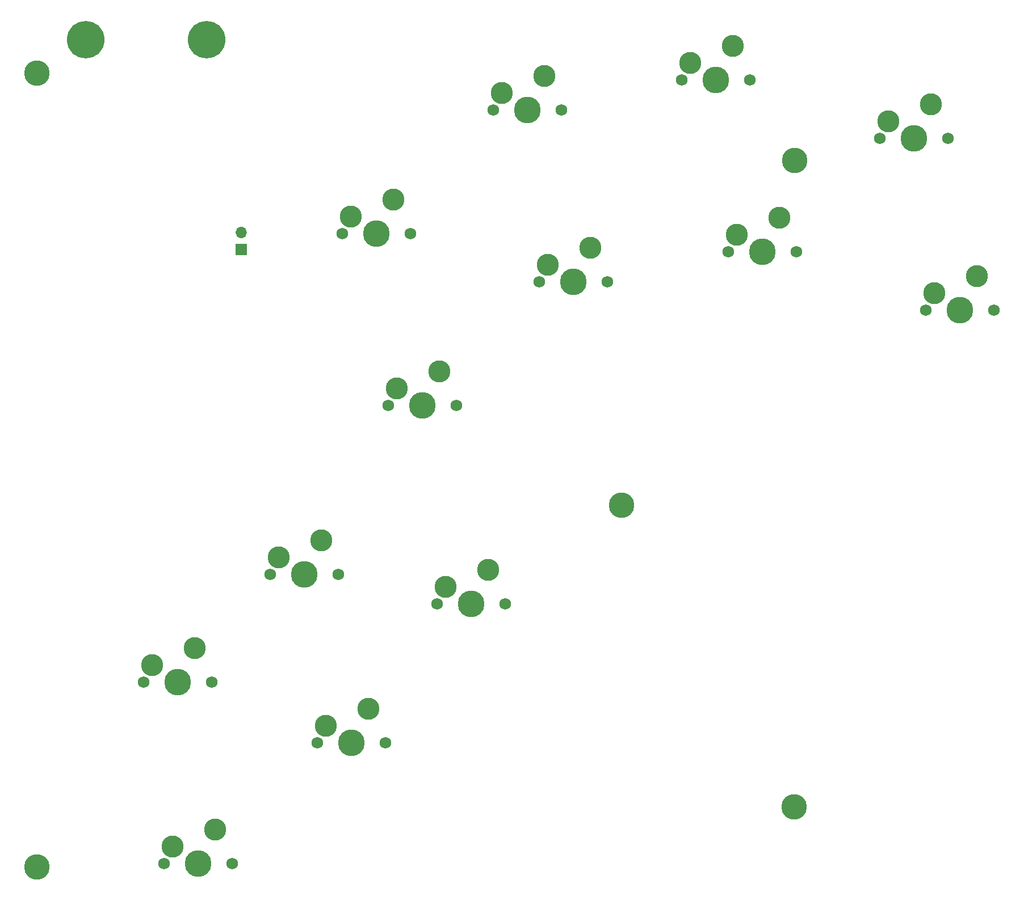
<source format=gts>
G04 #@! TF.GenerationSoftware,KiCad,Pcbnew,(7.0.0)*
G04 #@! TF.CreationDate,2025-06-06T01:27:20-07:00*
G04 #@! TF.ProjectId,HybridBoxNew,48796272-6964-4426-9f78-4e65772e6b69,rev?*
G04 #@! TF.SameCoordinates,Original*
G04 #@! TF.FileFunction,Soldermask,Top*
G04 #@! TF.FilePolarity,Negative*
%FSLAX46Y46*%
G04 Gerber Fmt 4.6, Leading zero omitted, Abs format (unit mm)*
G04 Created by KiCad (PCBNEW (7.0.0)) date 2025-06-06 01:27:20*
%MOMM*%
%LPD*%
G01*
G04 APERTURE LIST*
%ADD10C,1.750000*%
%ADD11C,3.987800*%
%ADD12C,3.800000*%
%ADD13C,5.600000*%
%ADD14R,1.700000X1.700000*%
%ADD15O,1.700000X1.700000*%
%ADD16C,3.300000*%
G04 APERTURE END LIST*
D10*
X253422967Y-92263373D03*
D11*
X248342967Y-92263373D03*
D10*
X243262967Y-92263373D03*
D12*
X303755000Y-152170000D03*
X278035000Y-107130000D03*
D10*
X235748565Y-117478960D03*
D11*
X230668565Y-117478960D03*
D10*
X225588565Y-117478960D03*
D12*
X190860000Y-161150000D03*
D10*
X242819837Y-142601357D03*
D11*
X237739837Y-142601357D03*
D10*
X232659837Y-142601357D03*
D13*
X216140000Y-37670000D03*
D10*
X269036859Y-48144517D03*
D11*
X263956859Y-48144517D03*
D10*
X258876859Y-48144517D03*
X304091667Y-69348545D03*
D11*
X299011667Y-69348545D03*
D10*
X293931667Y-69348545D03*
X216916182Y-133583438D03*
D11*
X211836182Y-133583438D03*
D10*
X206756182Y-133583438D03*
X275932853Y-73813729D03*
D11*
X270852853Y-73813729D03*
D10*
X265772853Y-73813729D03*
X297195673Y-43679333D03*
D11*
X292115673Y-43679333D03*
D10*
X287035673Y-43679333D03*
X260715123Y-121847547D03*
D11*
X255635123Y-121847547D03*
D10*
X250555123Y-121847547D03*
X219987454Y-160705835D03*
D11*
X214907454Y-160705835D03*
D10*
X209827454Y-160705835D03*
D14*
X221299999Y-69004999D03*
D15*
X221299999Y-66464999D03*
D12*
X303820000Y-55683383D03*
X190860000Y-42610000D03*
D10*
X246527232Y-66595127D03*
D11*
X241447232Y-66595127D03*
D10*
X236367232Y-66595127D03*
X333571562Y-78051119D03*
D11*
X328491562Y-78051119D03*
D10*
X323411562Y-78051119D03*
X326675568Y-52381907D03*
D11*
X321595568Y-52381907D03*
D10*
X316515568Y-52381907D03*
D13*
X198140000Y-37670000D03*
D10*
X216916182Y-133583438D03*
D11*
X211836182Y-133583438D03*
D10*
X206756182Y-133583438D03*
D16*
X208026182Y-131043438D03*
X214376182Y-128503438D03*
D10*
X246527232Y-66595127D03*
D11*
X241447232Y-66595127D03*
D10*
X236367232Y-66595127D03*
D16*
X237637232Y-64055127D03*
X243987232Y-61515127D03*
D10*
X260715123Y-121847547D03*
D11*
X255635123Y-121847547D03*
D10*
X250555123Y-121847547D03*
D16*
X251825123Y-119307547D03*
X258175123Y-116767547D03*
D10*
X304091667Y-69348545D03*
D11*
X299011667Y-69348545D03*
D10*
X293931667Y-69348545D03*
D16*
X295201667Y-66808545D03*
X301551667Y-64268545D03*
D10*
X297195673Y-43679333D03*
D11*
X292115673Y-43679333D03*
D10*
X287035673Y-43679333D03*
D16*
X288305673Y-41139333D03*
X294655673Y-38599333D03*
D10*
X275932853Y-73813729D03*
D11*
X270852853Y-73813729D03*
D10*
X265772853Y-73813729D03*
D16*
X267042853Y-71273729D03*
X273392853Y-68733729D03*
D10*
X235748565Y-117478960D03*
D11*
X230668565Y-117478960D03*
D10*
X225588565Y-117478960D03*
D16*
X226858565Y-114938960D03*
X233208565Y-112398960D03*
D10*
X269036859Y-48144517D03*
D11*
X263956859Y-48144517D03*
D10*
X258876859Y-48144517D03*
D16*
X260146859Y-45604517D03*
X266496859Y-43064517D03*
D10*
X242819837Y-142601357D03*
D11*
X237739837Y-142601357D03*
D10*
X232659837Y-142601357D03*
D16*
X233929837Y-140061357D03*
X240279837Y-137521357D03*
D10*
X253422967Y-92263373D03*
D11*
X248342967Y-92263373D03*
D10*
X243262967Y-92263373D03*
D16*
X244532967Y-89723373D03*
X250882967Y-87183373D03*
D10*
X219987454Y-160705835D03*
D11*
X214907454Y-160705835D03*
D10*
X209827454Y-160705835D03*
D16*
X211097454Y-158165835D03*
X217447454Y-155625835D03*
D10*
X333571562Y-78051119D03*
D11*
X328491562Y-78051119D03*
D10*
X323411562Y-78051119D03*
D16*
X324681562Y-75511119D03*
X331031562Y-72971119D03*
D10*
X326675568Y-52381907D03*
D11*
X321595568Y-52381907D03*
D10*
X316515568Y-52381907D03*
D16*
X317785568Y-49841907D03*
X324135568Y-47301907D03*
M02*

</source>
